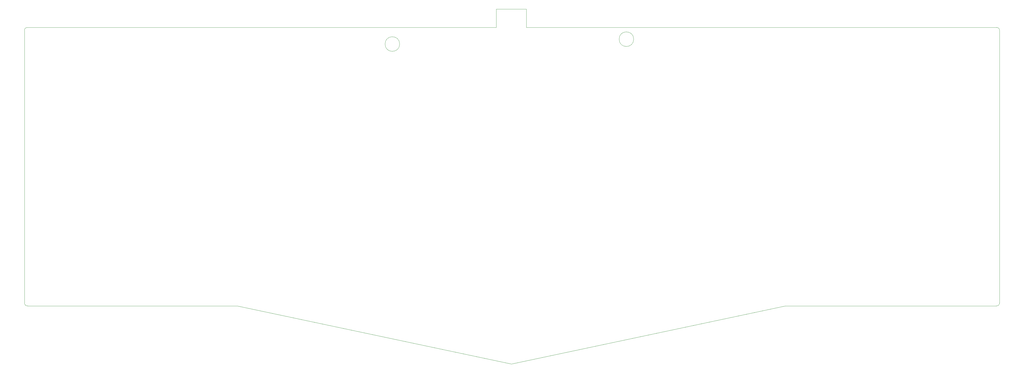
<source format=gbr>
G04 #@! TF.GenerationSoftware,KiCad,Pcbnew,(5.99.0-11539-gc946070005)*
G04 #@! TF.CreationDate,2021-11-17T21:04:03-06:00*
G04 #@! TF.ProjectId,aliceq,616c6963-6571-42e6-9b69-6361645f7063,rev?*
G04 #@! TF.SameCoordinates,Original*
G04 #@! TF.FileFunction,Profile,NP*
%FSLAX46Y46*%
G04 Gerber Fmt 4.6, Leading zero omitted, Abs format (unit mm)*
G04 Created by KiCad (PCBNEW (5.99.0-11539-gc946070005)) date 2021-11-17 21:04:03*
%MOMM*%
%LPD*%
G01*
G04 APERTURE LIST*
G04 #@! TA.AperFunction,Profile*
%ADD10C,0.050000*%
G04 #@! TD*
G04 APERTURE END LIST*
D10*
X205070799Y-28827418D02*
G75*
G03*
X205070799Y-28827418I-2526114J0D01*
G01*
X167901525Y-24749740D02*
X330591525Y-24749740D01*
X-4578475Y-121089740D02*
X68061525Y-121089740D01*
X167901525Y-18370000D02*
X167901525Y-24749740D01*
X162731525Y-141209740D02*
X68061525Y-121089740D01*
X330491525Y-121089740D02*
X330574328Y-121088255D01*
X162731525Y-141209740D02*
X257401525Y-121089740D01*
X330574328Y-121088255D02*
G75*
G03*
X331601525Y-120079740I20137J1006860D01*
G01*
X157551525Y-18370000D02*
X167901525Y-18370000D01*
X331601525Y-33959740D02*
X331601525Y-120079740D01*
X124125456Y-30507884D02*
G75*
G03*
X124125456Y-30507884I-2526114J0D01*
G01*
X-5638475Y-120079740D02*
G75*
G03*
X-4578475Y-121089740I1010701J-502D01*
G01*
X-4611278Y-24751225D02*
X157551525Y-24749740D01*
X157551525Y-18370000D02*
X157551525Y-24749740D01*
X330491525Y-121089740D02*
X257401525Y-121089740D01*
X331601525Y-33959740D02*
X331600040Y-25776937D01*
X331600039Y-25776937D02*
G75*
G03*
X330591525Y-24749740I-1006859J20138D01*
G01*
X-5641474Y-25761023D02*
X-5638475Y-120079740D01*
X-4611278Y-24751225D02*
G75*
G03*
X-5641474Y-25761023I-20196J-1009798D01*
G01*
M02*

</source>
